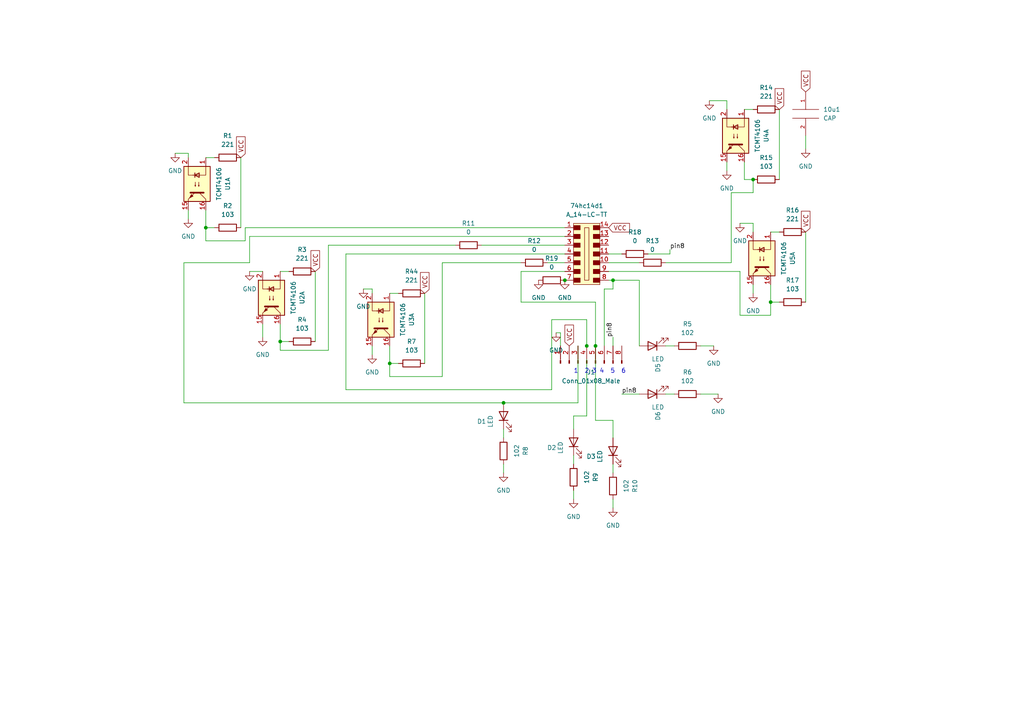
<source format=kicad_sch>
(kicad_sch (version 20211123) (generator eeschema)
  (paper "A4")
  (lib_symbols
    (symbol "Connector:Conn_01x08_Male" (pin_names (offset 1.016) hide)
      (property "Reference" "J" (at 0 10.16 0))
      (property "Value" "Conn_01x08_Male" (at 0 -12.7 0))
      (symbol "Conn_01x08_Male_1_1"
        (polyline (pts (xy 1.27 -10.16) (xy 0.8636 -10.16)) (stroke (width 0.1524)))
        (polyline (pts (xy 1.27 -7.62) (xy 0.8636 -7.62)) (stroke (width 0.1524)))
        (polyline (pts (xy 1.27 -5.08) (xy 0.8636 -5.08)) (stroke (width 0.1524)))
        (polyline (pts (xy 1.27 -2.54) (xy 0.8636 -2.54)) (stroke (width 0.1524)))
        (polyline (pts (xy 1.27 0) (xy 0.8636 0)) (stroke (width 0.1524)))
        (polyline (pts (xy 1.27 2.54) (xy 0.8636 2.54)) (stroke (width 0.1524)))
        (polyline (pts (xy 1.27 5.08) (xy 0.8636 5.08)) (stroke (width 0.1524)))
        (polyline (pts (xy 1.27 7.62) (xy 0.8636 7.62)) (stroke (width 0.1524)))
        (rectangle (start 0.8636 -10.033) (end 0 -10.287) (stroke (width 0.1524)) (fill (type outline)))
        (rectangle (start 0.8636 -7.493) (end 0 -7.747) (stroke (width 0.1524)) (fill (type outline)))
        (rectangle (start 0.8636 -4.953) (end 0 -5.207) (stroke (width 0.1524)) (fill (type outline)))
        (rectangle (start 0.8636 -2.413) (end 0 -2.667) (stroke (width 0.1524)) (fill (type outline)))
        (rectangle (start 0.8636 0.127) (end 0 -0.127) (stroke (width 0.1524)) (fill (type outline)))
        (rectangle (start 0.8636 2.667) (end 0 2.413) (stroke (width 0.1524)) (fill (type outline)))
        (rectangle (start 0.8636 5.207) (end 0 4.953) (stroke (width 0.1524)) (fill (type outline)))
        (rectangle (start 0.8636 7.747) (end 0 7.493) (stroke (width 0.1524)) (fill (type outline)))
        (pin passive line (at 5.08 7.62 180) (length 3.81) (name "Pin_1") (number "1"))
        (pin passive line (at 5.08 5.08 180) (length 3.81) (name "Pin_2") (number "2"))
        (pin passive line (at 5.08 2.54 180) (length 3.81) (name "Pin_3") (number "3"))
        (pin passive line (at 5.08 0 180) (length 3.81) (name "Pin_4") (number "4"))
        (pin passive line (at 5.08 -2.54 180) (length 3.81) (name "Pin_5") (number "5"))
        (pin passive line (at 5.08 -5.08 180) (length 3.81) (name "Pin_6") (number "6"))
        (pin passive line (at 5.08 -7.62 180) (length 3.81) (name "Pin_7") (number "7"))
        (pin passive line (at 5.08 -10.16 180) (length 3.81) (name "Pin_8") (number "8"))
      )
    )
    (symbol "Device:LED" (pin_numbers hide) (pin_names (offset 1.016) hide)
      (property "Reference" "D" (at 0 2.54 0))
      (property "Value" "LED" (at 0 -2.54 0))
      (symbol "LED_0_1"
        (polyline (pts (xy -1.27 -1.27) (xy -1.27 1.27)) (stroke (width 0.254)))
        (polyline (pts (xy -1.27 0) (xy 1.27 0)))
        (polyline (pts (xy 1.27 -1.27) (xy 1.27 1.27) (xy -1.27 0) (xy 1.27 -1.27)) (stroke (width 0.254)))
        (polyline (pts (xy -3.048 -0.762) (xy -4.572 -2.286) (xy -3.81 -2.286) (xy -4.572 -2.286) (xy -4.572 -1.524)))
        (polyline (pts (xy -1.778 -0.762) (xy -3.302 -2.286) (xy -2.54 -2.286) (xy -3.302 -2.286) (xy -3.302 -1.524)))
      )
      (symbol "LED_1_1"
        (pin passive line (at -3.81 0 0) (length 2.54) (name "K") (number "1"))
        (pin passive line (at 3.81 0 180) (length 2.54) (name "A") (number "2"))
      )
    )
    (symbol "Device:R" (pin_numbers hide) (pin_names (offset 0))
      (property "Reference" "R" (at 2.032 0 90))
      (property "Value" "R" (at 0 0 90))
      (symbol "R_0_1"
        (rectangle (start -1.016 -2.54) (end 1.016 2.54) (stroke (width 0.254)))
      )
      (symbol "R_1_1"
        (pin passive line (at 0 3.81 270) (length 1.27) (name "~") (number "1"))
        (pin passive line (at 0 -3.81 90) (length 1.27) (name "~") (number "2"))
      )
    )
    (symbol "Isolator:TCMT4106" (pin_names (offset 1.016))
      (property "Reference" "U" (at 0 5.08 0))
      (property "Value" "TCMT4106" (at 0 -5.08 0))
      (symbol "TCMT4106_1_1"
        (rectangle (start -5.08 3.81) (end 5.08 -3.81) (stroke (width 0.254)) (fill (type background)))
        (polyline (pts (xy -3.175 -0.635) (xy -1.905 -0.635)) (stroke (width 0.254)))
        (polyline (pts (xy 2.54 0.635) (xy 4.445 2.54)))
        (polyline (pts (xy 4.445 -2.54) (xy 2.54 -0.635)) (fill (type outline)))
        (polyline (pts (xy 4.445 -2.54) (xy 5.08 -2.54)))
        (polyline (pts (xy 4.445 2.54) (xy 5.08 2.54)))
        (polyline (pts (xy -2.54 -0.635) (xy -2.54 -2.54) (xy -5.08 -2.54)))
        (polyline (pts (xy 2.54 1.905) (xy 2.54 -1.905) (xy 2.54 -1.905)) (stroke (width 0.508)))
        (polyline (pts (xy -5.08 2.54) (xy -2.54 2.54) (xy -2.54 -1.27) (xy -2.54 0.635)))
        (polyline (pts (xy -2.54 -0.635) (xy -3.175 0.635) (xy -1.905 0.635) (xy -2.54 -0.635)) (stroke (width 0.254)))
        (polyline (pts (xy -0.508 -0.508) (xy 0.762 -0.508) (xy 0.381 -0.635) (xy 0.381 -0.381) (xy 0.762 -0.508)))
        (polyline (pts (xy -0.508 0.508) (xy 0.762 0.508) (xy 0.381 0.381) (xy 0.381 0.635) (xy 0.762 0.508)))
        (polyline (pts (xy 3.048 -1.651) (xy 3.556 -1.143) (xy 4.064 -2.159) (xy 3.048 -1.651) (xy 3.048 -1.651)) (fill (type outline)))
        (pin passive line (at -7.62 2.54 0) (length 2.54) (name "~") (number "1"))
        (pin passive line (at 7.62 -2.54 180) (length 2.54) (name "~") (number "15"))
        (pin passive line (at 7.62 2.54 180) (length 2.54) (name "~") (number "16"))
        (pin passive line (at -7.62 -2.54 0) (length 2.54) (name "~") (number "2"))
      )
      (symbol "TCMT4106_2_1"
        (rectangle (start -5.08 3.81) (end 5.08 -3.81) (stroke (width 0.254)) (fill (type background)))
        (polyline (pts (xy -3.175 -0.635) (xy -1.905 -0.635)) (stroke (width 0.254)))
        (polyline (pts (xy 2.54 0.635) (xy 4.445 2.54)))
        (polyline (pts (xy 4.445 -2.54) (xy 2.54 -0.635)) (fill (type outline)))
        (polyline (pts (xy 4.445 -2.54) (xy 5.08 -2.54)))
        (polyline (pts (xy 4.445 2.54) (xy 5.08 2.54)))
        (polyline (pts (xy -2.54 -0.635) (xy -2.54 -2.54) (xy -5.08 -2.54)))
        (polyline (pts (xy 2.54 1.905) (xy 2.54 -1.905) (xy 2.54 -1.905)) (stroke (width 0.508)))
        (polyline (pts (xy -5.08 2.54) (xy -2.54 2.54) (xy -2.54 -1.27) (xy -2.54 0.635)))
        (polyline (pts (xy -2.54 -0.635) (xy -3.175 0.635) (xy -1.905 0.635) (xy -2.54 -0.635)) (stroke (width 0.254)))
        (polyline (pts (xy -0.508 -0.508) (xy 0.762 -0.508) (xy 0.381 -0.635) (xy 0.381 -0.381) (xy 0.762 -0.508)))
        (polyline (pts (xy -0.508 0.508) (xy 0.762 0.508) (xy 0.381 0.381) (xy 0.381 0.635) (xy 0.762 0.508)))
        (polyline (pts (xy 3.048 -1.651) (xy 3.556 -1.143) (xy 4.064 -2.159) (xy 3.048 -1.651) (xy 3.048 -1.651)) (fill (type outline)))
        (pin passive line (at 7.62 -2.54 180) (length 2.54) (name "~") (number "13"))
        (pin passive line (at 7.62 2.54 180) (length 2.54) (name "~") (number "14"))
        (pin passive line (at -7.62 2.54 0) (length 2.54) (name "~") (number "3"))
        (pin passive line (at -7.62 -2.54 0) (length 2.54) (name "~") (number "4"))
      )
      (symbol "TCMT4106_3_1"
        (rectangle (start -5.08 3.81) (end 5.08 -3.81) (stroke (width 0.254)) (fill (type background)))
        (polyline (pts (xy -3.175 -0.635) (xy -1.905 -0.635)) (stroke (width 0.254)))
        (polyline (pts (xy 2.54 0.635) (xy 4.445 2.54)))
        (polyline (pts (xy 4.445 -2.54) (xy 2.54 -0.635)) (fill (type outline)))
        (polyline (pts (xy 4.445 -2.54) (xy 5.08 -2.54)))
        (polyline (pts (xy 4.445 2.54) (xy 5.08 2.54)))
        (polyline (pts (xy -2.54 -0.635) (xy -2.54 -2.54) (xy -5.08 -2.54)))
        (polyline (pts (xy 2.54 1.905) (xy 2.54 -1.905) (xy 2.54 -1.905)) (stroke (width 0.508)))
        (polyline (pts (xy -5.08 2.54) (xy -2.54 2.54) (xy -2.54 -1.27) (xy -2.54 0.635)))
        (polyline (pts (xy -2.54 -0.635) (xy -3.175 0.635) (xy -1.905 0.635) (xy -2.54 -0.635)) (stroke (width 0.254)))
        (polyline (pts (xy -0.508 -0.508) (xy 0.762 -0.508) (xy 0.381 -0.635) (xy 0.381 -0.381) (xy 0.762 -0.508)))
        (polyline (pts (xy -0.508 0.508) (xy 0.762 0.508) (xy 0.381 0.381) (xy 0.381 0.635) (xy 0.762 0.508)))
        (polyline (pts (xy 3.048 -1.651) (xy 3.556 -1.143) (xy 4.064 -2.159) (xy 3.048 -1.651) (xy 3.048 -1.651)) (fill (type outline)))
        (pin passive line (at 7.62 -2.54 180) (length 2.54) (name "~") (number "11"))
        (pin passive line (at 7.62 2.54 180) (length 2.54) (name "~") (number "12"))
        (pin passive line (at -7.62 2.54 0) (length 2.54) (name "~") (number "5"))
        (pin passive line (at -7.62 -2.54 0) (length 2.54) (name "~") (number "6"))
      )
      (symbol "TCMT4106_4_1"
        (rectangle (start -5.08 3.81) (end 5.08 -3.81) (stroke (width 0.254)) (fill (type background)))
        (polyline (pts (xy -3.175 -0.635) (xy -1.905 -0.635)) (stroke (width 0.254)))
        (polyline (pts (xy 2.54 0.635) (xy 4.445 2.54)))
        (polyline (pts (xy 4.445 -2.54) (xy 2.54 -0.635)) (fill (type outline)))
        (polyline (pts (xy 4.445 -2.54) (xy 5.08 -2.54)))
        (polyline (pts (xy 4.445 2.54) (xy 5.08 2.54)))
        (polyline (pts (xy -2.54 -0.635) (xy -2.54 -2.54) (xy -5.08 -2.54)))
        (polyline (pts (xy 2.54 1.905) (xy 2.54 -1.905) (xy 2.54 -1.905)) (stroke (width 0.508)))
        (polyline (pts (xy -5.08 2.54) (xy -2.54 2.54) (xy -2.54 -1.27) (xy -2.54 0.635)))
        (polyline (pts (xy -2.54 -0.635) (xy -3.175 0.635) (xy -1.905 0.635) (xy -2.54 -0.635)) (stroke (width 0.254)))
        (polyline (pts (xy -0.508 -0.508) (xy 0.762 -0.508) (xy 0.381 -0.635) (xy 0.381 -0.381) (xy 0.762 -0.508)))
        (polyline (pts (xy -0.508 0.508) (xy 0.762 0.508) (xy 0.381 0.381) (xy 0.381 0.635) (xy 0.762 0.508)))
        (polyline (pts (xy 3.048 -1.651) (xy 3.556 -1.143) (xy 4.064 -2.159) (xy 3.048 -1.651) (xy 3.048 -1.651)) (fill (type outline)))
        (pin passive line (at 7.62 2.54 180) (length 2.54) (name "~") (number "10"))
        (pin passive line (at -7.62 2.54 0) (length 2.54) (name "~") (number "7"))
        (pin passive line (at -7.62 -2.54 0) (length 2.54) (name "~") (number "8"))
        (pin passive line (at 7.62 -2.54 180) (length 2.54) (name "~") (number "9"))
      )
    )
    (symbol "dk_Sockets-for-ICs-Transistors:A_14-LC-TT" (pin_names (offset 1.016))
      (property "Reference" "J" (at -3.81 7.62 0))
      (property "Value" "A_14-LC-TT" (at 0 -12.7 0))
      (symbol "A_14-LC-TT_1_1"
        (rectangle (start -3.81 -9.525) (end -1.905 -10.795) (fill (type outline)))
        (rectangle (start -3.81 -6.985) (end -1.905 -8.255) (fill (type outline)))
        (rectangle (start -3.81 -4.445) (end -1.905 -5.715) (fill (type outline)))
        (rectangle (start -3.81 -1.905) (end -1.905 -3.175) (fill (type outline)))
        (rectangle (start -3.81 0.635) (end -1.905 -0.635) (fill (type outline)))
        (rectangle (start -3.81 3.175) (end -1.905 1.905) (fill (type outline)))
        (rectangle (start -3.81 5.715) (end -1.905 4.445) (fill (type outline)))
        (rectangle (start -3.81 6.35) (end 3.81 -11.43) (fill (type background)))
        (rectangle (start -0.635 5.08) (end 0.635 -10.16))
        (rectangle (start 1.905 -9.525) (end 3.81 -10.795) (fill (type outline)))
        (rectangle (start 1.905 -6.985) (end 3.81 -8.255) (fill (type outline)))
        (rectangle (start 1.905 -4.445) (end 3.81 -5.715) (fill (type outline)))
        (rectangle (start 1.905 -1.905) (end 3.81 -3.175) (fill (type outline)))
        (rectangle (start 1.905 0.635) (end 3.81 -0.635) (fill (type outline)))
        (rectangle (start 1.905 3.175) (end 3.81 1.905) (fill (type outline)))
        (rectangle (start 1.905 5.715) (end 3.81 4.445) (fill (type outline)))
        (pin passive line (at -6.35 5.08 0) (length 2.54) (name "~") (number "1"))
        (pin passive line (at 6.35 -5.08 180) (length 2.54) (name "~") (number "10"))
        (pin passive line (at 6.35 -2.54 180) (length 2.54) (name "~") (number "11"))
        (pin passive line (at 6.35 0 180) (length 2.54) (name "~") (number "12"))
        (pin passive line (at 6.35 2.54 180) (length 2.54) (name "~") (number "13"))
        (pin passive line (at 6.35 5.08 180) (length 2.54) (name "~") (number "14"))
        (pin passive line (at -6.35 2.54 0) (length 2.54) (name "~") (number "2"))
        (pin passive line (at -6.35 0 0) (length 2.54) (name "~") (number "3"))
        (pin passive line (at -6.35 -2.54 0) (length 2.54) (name "~") (number "4"))
        (pin passive line (at -6.35 -5.08 0) (length 2.54) (name "~") (number "5"))
        (pin passive line (at -6.35 -7.62 0) (length 2.54) (name "~") (number "6"))
        (pin passive line (at -6.35 -10.16 0) (length 2.54) (name "~") (number "7"))
        (pin passive line (at 6.35 -10.16 180) (length 2.54) (name "~") (number "8"))
        (pin passive line (at 6.35 -7.62 180) (length 2.54) (name "~") (number "9"))
      )
    )
    (symbol "power:GND" (power) (pin_names (offset 0))
      (property "Value" "GND" (at 0 -3.81 0))
      (symbol "GND_0_1"
        (polyline (pts (xy 0 0) (xy 0 -1.27) (xy 1.27 -1.27) (xy 0 -2.54) (xy -1.27 -1.27) (xy 0 -1.27)))
      )
      (symbol "GND_1_1"
        (pin power_in line (at 0 0 270) (length 0) hide (name "GND") (number "1"))
      )
    )
    (symbol "pspice:CAP" (pin_names (offset 0.254))
      (property "Reference" "C" (at 2.54 3.81 90))
      (property "Value" "CAP" (at 2.54 -3.81 90))
      (symbol "CAP_0_1"
        (polyline (pts (xy -3.81 -1.27) (xy 3.81 -1.27)))
        (polyline (pts (xy -3.81 1.27) (xy 3.81 1.27)))
      )
      (symbol "CAP_1_1"
        (pin passive line (at 0 6.35 270) (length 5.08) (name "~") (number "1"))
        (pin passive line (at 0 -6.35 90) (length 5.08) (name "~") (number "2"))
      )
    )
  )
  (junction (at 170.18 100.33))
  (junction (at 81.28 99.06))
  (junction (at 223.52 87.63))
  (junction (at 113.03 105.41))
  (junction (at 146.05 116.84))
  (junction (at 163.83 81.28))
  (junction (at 177.8 81.28))
  (junction (at 59.69 66.04))
  (junction (at 172.72 100.33))
  (junction (at 218.44 52.07))
  (wire (pts (xy 172.72 100.33) (xy 172.72 121.92)))
  (wire (pts (xy 170.18 100.33) (xy 170.18 120.65)))
  (wire (pts (xy 163.83 78.74) (xy 151.13 78.74)))
  (wire (pts (xy 53.34 76.2) (xy 53.34 116.84)))
  (wire (pts (xy 81.28 101.6) (xy 95.25 101.6)))
  (wire (pts (xy 59.69 66.04) (xy 62.23 66.04)))
  (wire (pts (xy 187.96 73.66) (xy 194.31 73.66)))
  (wire (pts (xy 210.82 46.99) (xy 210.82 49.53)))
  (wire (pts (xy 151.13 87.63) (xy 172.72 87.63)))
  (wire (pts (xy 100.33 113.03) (xy 160.02 113.03)))
  (wire (pts (xy 160.02 92.71) (xy 170.18 92.71)))
  (wire (pts (xy 177.8 134.62) (xy 177.8 137.16)))
  (wire (pts (xy 214.63 78.74) (xy 214.63 91.44)))
  (wire (pts (xy 233.68 39.37) (xy 233.68 43.18)))
  (wire (pts (xy 177.8 144.78) (xy 177.8 147.32)))
  (wire (pts (xy 113.03 100.33) (xy 113.03 105.41)))
  (wire (pts (xy 69.85 45.72) (xy 69.85 66.04)))
  (wire (pts (xy 214.63 64.77) (xy 218.44 64.77)))
  (wire (pts (xy 215.9 46.99) (xy 215.9 52.07)))
  (wire (pts (xy 212.09 55.88) (xy 218.44 55.88)))
  (wire (pts (xy 59.69 45.72) (xy 62.23 45.72)))
  (wire (pts (xy 215.9 52.07) (xy 218.44 52.07)))
  (wire (pts (xy 166.37 142.24) (xy 166.37 144.78)))
  (wire (pts (xy 163.83 68.58) (xy 72.39 68.58)))
  (wire (pts (xy 128.27 109.22) (xy 128.27 76.2)))
  (wire (pts (xy 95.25 101.6) (xy 95.25 71.12)))
  (wire (pts (xy 218.44 82.55) (xy 218.44 85.09)))
  (wire (pts (xy 59.69 69.85) (xy 71.12 69.85)))
  (wire (pts (xy 166.37 120.65) (xy 170.18 120.65)))
  (wire (pts (xy 170.18 92.71) (xy 170.18 100.33)))
  (wire (pts (xy 54.61 44.45) (xy 50.8 44.45)))
  (wire (pts (xy 100.33 73.66) (xy 100.33 113.03)))
  (wire (pts (xy 123.19 85.09) (xy 123.19 105.41)))
  (wire (pts (xy 166.37 124.46) (xy 166.37 120.65)))
  (wire (pts (xy 146.05 124.46) (xy 146.05 127)))
  (wire (pts (xy 223.52 91.44) (xy 223.52 87.63)))
  (wire (pts (xy 161.29 96.52) (xy 162.56 96.52)))
  (wire (pts (xy 215.9 31.75) (xy 218.44 31.75)))
  (wire (pts (xy 59.69 60.96) (xy 59.69 66.04)))
  (wire (pts (xy 53.34 116.84) (xy 146.05 116.84)))
  (wire (pts (xy 176.53 78.74) (xy 214.63 78.74)))
  (wire (pts (xy 218.44 64.77) (xy 218.44 67.31)))
  (wire (pts (xy 166.37 132.08) (xy 166.37 134.62)))
  (wire (pts (xy 226.06 31.75) (xy 226.06 52.07)))
  (wire (pts (xy 193.04 100.33) (xy 195.58 100.33)))
  (wire (pts (xy 176.53 76.2) (xy 185.42 76.2)))
  (wire (pts (xy 72.39 76.2) (xy 53.34 76.2)))
  (wire (pts (xy 203.2 114.3) (xy 208.28 114.3)))
  (wire (pts (xy 223.52 82.55) (xy 223.52 87.63)))
  (wire (pts (xy 176.53 73.66) (xy 180.34 73.66)))
  (wire (pts (xy 105.41 83.82) (xy 107.95 83.82)))
  (wire (pts (xy 95.25 71.12) (xy 132.08 71.12)))
  (wire (pts (xy 163.83 73.66) (xy 100.33 73.66)))
  (wire (pts (xy 193.04 76.2) (xy 212.09 76.2)))
  (wire (pts (xy 175.26 100.33) (xy 175.26 83.82)))
  (wire (pts (xy 223.52 67.31) (xy 226.06 67.31)))
  (wire (pts (xy 176.53 81.28) (xy 177.8 81.28)))
  (wire (pts (xy 175.26 83.82) (xy 177.8 83.82)))
  (wire (pts (xy 71.12 69.85) (xy 71.12 66.04)))
  (wire (pts (xy 205.74 29.21) (xy 210.82 29.21)))
  (wire (pts (xy 54.61 60.96) (xy 54.61 63.5)))
  (wire (pts (xy 167.64 116.84) (xy 167.64 100.33)))
  (wire (pts (xy 107.95 100.33) (xy 107.95 102.87)))
  (wire (pts (xy 113.03 105.41) (xy 115.57 105.41)))
  (wire (pts (xy 172.72 87.63) (xy 172.72 100.33)))
  (wire (pts (xy 72.39 68.58) (xy 72.39 76.2)))
  (wire (pts (xy 233.68 67.31) (xy 233.68 87.63)))
  (wire (pts (xy 91.44 78.74) (xy 91.44 99.06)))
  (wire (pts (xy 76.2 93.98) (xy 76.2 97.79)))
  (wire (pts (xy 151.13 78.74) (xy 151.13 87.63)))
  (wire (pts (xy 81.28 99.06) (xy 83.82 99.06)))
  (wire (pts (xy 72.39 78.74) (xy 76.2 78.74)))
  (wire (pts (xy 113.03 105.41) (xy 113.03 109.22)))
  (wire (pts (xy 218.44 52.07) (xy 218.44 55.88)))
  (wire (pts (xy 177.8 83.82) (xy 177.8 81.28)))
  (wire (pts (xy 59.69 66.04) (xy 59.69 69.85)))
  (wire (pts (xy 160.02 113.03) (xy 160.02 92.71)))
  (wire (pts (xy 54.61 45.72) (xy 54.61 44.45)))
  (wire (pts (xy 212.09 55.88) (xy 212.09 76.2)))
  (wire (pts (xy 177.8 97.79) (xy 177.8 100.33)))
  (wire (pts (xy 81.28 93.98) (xy 81.28 99.06)))
  (wire (pts (xy 210.82 29.21) (xy 210.82 31.75)))
  (wire (pts (xy 81.28 78.74) (xy 83.82 78.74)))
  (wire (pts (xy 162.56 96.52) (xy 162.56 100.33)))
  (wire (pts (xy 214.63 91.44) (xy 223.52 91.44)))
  (wire (pts (xy 185.42 100.33) (xy 185.42 81.28)))
  (wire (pts (xy 194.31 73.66) (xy 194.31 72.39)))
  (wire (pts (xy 203.2 100.33) (xy 207.01 100.33)))
  (wire (pts (xy 71.12 66.04) (xy 163.83 66.04)))
  (wire (pts (xy 177.8 121.92) (xy 172.72 121.92)))
  (wire (pts (xy 81.28 99.06) (xy 81.28 101.6)))
  (wire (pts (xy 180.34 114.3) (xy 185.42 114.3)))
  (wire (pts (xy 113.03 109.22) (xy 128.27 109.22)))
  (wire (pts (xy 128.27 76.2) (xy 151.13 76.2)))
  (wire (pts (xy 193.04 114.3) (xy 195.58 114.3)))
  (wire (pts (xy 146.05 134.62) (xy 146.05 137.16)))
  (wire (pts (xy 146.05 116.84) (xy 167.64 116.84)))
  (wire (pts (xy 177.8 81.28) (xy 185.42 81.28)))
  (wire (pts (xy 139.7 71.12) (xy 163.83 71.12)))
  (wire (pts (xy 158.75 76.2) (xy 163.83 76.2)))
  (wire (pts (xy 223.52 87.63) (xy 226.06 87.63)))
  (wire (pts (xy 107.95 83.82) (xy 107.95 85.09)))
  (wire (pts (xy 113.03 85.09) (xy 115.57 85.09)))
  (wire (pts (xy 177.8 127) (xy 177.8 121.92)))
  (text "1  2 3 4  5  6 \n\n" (at 166.37 110.49 0) (effects (font (size 1.27 1.27)) (justify left bottom)))
  (label "pin8" (at 177.8 97.79 90))
  (label "pin8" (at 180.34 114.3 0))
  (label "pin8" (at 194.31 72.39 0))
  (global_label "VCC" (shape input) (at 123.19 85.09 90) (property "Intersheet References" "${INTERSHEET_REFS}" (effects hide)))
  (global_label "VCC" (shape input) (at 226.06 31.75 90) (property "Intersheet References" "${INTERSHEET_REFS}" (effects hide)))
  (global_label "VCC" (shape input) (at 69.85 45.72 90) (property "Intersheet References" "${INTERSHEET_REFS}" (effects hide)))
  (global_label "VCC" (shape input) (at 176.53 66.04 0) (property "Intersheet References" "${INTERSHEET_REFS}" (effects hide)))
  (global_label "VCC" (shape input) (at 233.68 26.67 90) (property "Intersheet References" "${INTERSHEET_REFS}" (effects hide)))
  (global_label "VCC" (shape input) (at 91.44 78.74 90) (property "Intersheet References" "${INTERSHEET_REFS}" (effects hide)))
  (global_label "VCC" (shape input) (at 165.1 100.33 90) (property "Intersheet References" "${INTERSHEET_REFS}" (effects hide)))
  (global_label "VCC" (shape input) (at 233.68 67.31 90) (property "Intersheet References" "${INTERSHEET_REFS}" (effects hide)))
  (symbol (lib_id "Device:R") (at 119.38 85.09 90) (unit 1)
    (property "Reference" "R44" (at 119.38 78.74 90))
    (property "Value" "221" (at 119.38 81.28 90))
    (property "Footprint" "Resistor_SMD:R_0805_2012Metric_Pad1.20x1.40mm_HandSolder" (effects hide))
  )
  (symbol (lib_id "power:GND") (at 54.61 63.5 0) (unit 1)
    (property "Reference" "#PWR0116" (effects hide))
    (property "Value" "GND" (at 54.61 68.58 0))
  )
  (symbol (lib_id "Device:R") (at 66.04 66.04 90) (unit 1)
    (property "Reference" "R2" (at 66.04 59.69 90))
    (property "Value" "103" (at 66.04 62.23 90))
    (property "Footprint" "Resistor_SMD:R_0805_2012Metric_Pad1.20x1.40mm_HandSolder" (effects hide))
  )
  (symbol (lib_id "Device:R") (at 229.87 87.63 90) (unit 1)
    (property "Reference" "R17" (at 229.87 81.28 90))
    (property "Value" "103" (at 229.87 83.82 90))
    (property "Footprint" "Resistor_SMD:R_0805_2012Metric_Pad1.20x1.40mm_HandSolder" (effects hide))
  )
  (symbol (lib_id "Device:R") (at 87.63 99.06 90) (unit 1)
    (property "Reference" "R4" (at 87.63 92.71 90))
    (property "Value" "103" (at 87.63 95.25 90))
    (property "Footprint" "Resistor_SMD:R_0805_2012Metric_Pad1.20x1.40mm_HandSolder" (effects hide))
  )
  (symbol (lib_id "pspice:CAP") (at 233.68 33.02 0) (unit 1)
    (property "Reference" "10u1" (at 238.76 31.7499 0) (effects (justify left)))
    (property "Value" "CAP" (at 238.76 34.2899 0) (effects (justify left)))
    (property "Footprint" "Capacitor_SMD:C_1206_3216Metric_Pad1.33x1.80mm_HandSolder" (effects hide))
  )
  (symbol (lib_id "power:GND") (at 233.68 43.18 0) (unit 1)
    (property "Reference" "#PWR0115" (effects hide))
    (property "Value" "GND" (at 233.68 48.26 0))
  )
  (symbol (lib_id "Device:R") (at 154.94 76.2 90) (unit 1)
    (property "Reference" "R12" (at 154.94 69.85 90))
    (property "Value" "0" (at 154.94 72.39 90))
    (property "Footprint" "Resistor_THT:R_Axial_DIN0207_L6.3mm_D2.5mm_P7.62mm_Horizontal" (effects hide))
  )
  (symbol (lib_id "power:GND") (at 156.21 81.28 0) (unit 1)
    (property "Reference" "#PWR0107" (effects hide))
    (property "Value" "GND" (at 156.21 86.36 0))
  )
  (symbol (lib_id "power:GND") (at 208.28 114.3 0) (unit 1)
    (property "Reference" "#PWR0104" (effects hide))
    (property "Value" "GND" (at 208.28 119.38 0))
  )
  (symbol (lib_id "dk_Sockets-for-ICs-Transistors:A_14-LC-TT") (at 170.18 71.12 0) (unit 1)
    (property "Reference" "74hc14d1" (at 170.18 59.69 0))
    (property "Value" "A_14-LC-TT" (at 170.18 62.23 0))
    (property "Footprint" "Package_DIP:DIP-14_W7.62mm_Socket" (effects hide))
    (property "Datasheet" "http://www.assmann-wsw.com/fileadmin/datasheets/ASS_0810_CO.pdf" (effects hide))
    (property "Digi-Key_PN" "AE9989-ND" (effects hide))
    (property "MPN" "A 14-LC-TT" (effects hide))
    (property "Category" "Connectors, Interconnects" (effects hide))
    (property "Family" "Sockets for ICs, Transistors" (effects hide))
    (property "DK_Datasheet_Link" "http://www.assmann-wsw.com/fileadmin/datasheets/ASS_0810_CO.pdf" (effects hide))
    (property "DK_Detail_Page" "/product-detail/en/assmann-wsw-components/A-14-LC-TT/AE9989-ND/821743" (effects hide))
    (property "Description" "CONN IC DIP SOCKET 14POS TIN" (effects hide))
    (property "Manufacturer" "Assmann WSW Components" (effects hide))
    (property "Status" "Active" (effects hide))
  )
  (symbol (lib_id "Device:R") (at 135.89 71.12 90) (unit 1)
    (property "Reference" "R11" (at 135.89 64.77 90))
    (property "Value" "0" (at 135.89 67.31 90))
    (property "Footprint" "Resistor_THT:R_Axial_DIN0207_L6.3mm_D2.5mm_P7.62mm_Horizontal" (effects hide))
  )
  (symbol (lib_id "power:GND") (at 177.8 147.32 0) (unit 1)
    (property "Reference" "#PWR0109" (effects hide))
    (property "Value" "GND" (at 177.8 152.4 0))
  )
  (symbol (lib_id "Isolator:TCMT4106") (at 220.98 74.93 270) (unit 1)
    (property "Reference" "U5" (at 229.87 74.93 0))
    (property "Value" "TCMT4106" (at 227.33 74.93 0))
    (property "Footprint" "sensor:tcrt5000" (effects hide))
    (property "Datasheet" "https://www.vishay.com/docs/84181/tcmt4100.pdf" (effects hide))
  )
  (symbol (lib_id "Device:R") (at 229.87 67.31 90) (unit 1)
    (property "Reference" "R16" (at 229.87 60.96 90))
    (property "Value" "221" (at 229.87 63.5 90))
    (property "Footprint" "Resistor_SMD:R_0805_2012Metric_Pad1.20x1.40mm_HandSolder" (effects hide))
  )
  (symbol (lib_id "Isolator:TCMT4106") (at 57.15 53.34 270) (unit 1)
    (property "Reference" "U1" (at 66.04 53.34 0))
    (property "Value" "TCMT4106" (at 63.5 53.34 0))
    (property "Footprint" "sensor:tcrt5000" (effects hide))
    (property "Datasheet" "https://www.vishay.com/docs/84181/tcmt4100.pdf" (effects hide))
  )
  (symbol (lib_id "Device:R") (at 160.02 81.28 90) (unit 1)
    (property "Reference" "R19" (at 160.02 74.93 90))
    (property "Value" "0" (at 160.02 77.47 90))
    (property "Footprint" "Resistor_THT:R_Axial_DIN0207_L6.3mm_D2.5mm_P7.62mm_Horizontal" (effects hide))
  )
  (symbol (lib_id "Device:R") (at 222.25 31.75 90) (unit 1)
    (property "Reference" "R14" (at 222.25 25.4 90))
    (property "Value" "221" (at 222.25 27.94 90))
    (property "Footprint" "Resistor_SMD:R_0805_2012Metric_Pad1.20x1.40mm_HandSolder" (effects hide))
  )
  (symbol (lib_id "power:GND") (at 50.8 44.45 0) (unit 1)
    (property "Reference" "#PWR0117" (effects hide))
    (property "Value" "GND" (at 50.8 49.53 0))
  )
  (symbol (lib_id "Device:LED") (at 189.23 100.33 180) (unit 1)
    (property "Reference" "D5" (at 190.8175 106.68 90))
    (property "Value" "LED" (at 190.8175 104.14 0))
    (property "Footprint" "LED_SMD:LED_1206_3216Metric_Pad1.42x1.75mm_HandSolder" (effects hide))
  )
  (symbol (lib_id "Isolator:TCMT4106") (at 78.74 86.36 270) (unit 1)
    (property "Reference" "U2" (at 87.63 86.36 0))
    (property "Value" "TCMT4106" (at 85.09 86.36 0))
    (property "Footprint" "sensor:tcrt5000" (effects hide))
    (property "Datasheet" "https://www.vishay.com/docs/84181/tcmt4100.pdf" (effects hide))
  )
  (symbol (lib_id "power:GND") (at 166.37 144.78 0) (unit 1)
    (property "Reference" "#PWR0108" (effects hide))
    (property "Value" "GND" (at 166.37 149.86 0))
  )
  (symbol (lib_id "Device:LED") (at 146.05 120.65 90) (unit 1)
    (property "Reference" "D1" (at 139.7 122.2375 90))
    (property "Value" "LED" (at 142.24 122.2375 0))
    (property "Footprint" "LED_SMD:LED_1206_3216Metric_Pad1.42x1.75mm_HandSolder" (effects hide))
  )
  (symbol (lib_id "power:GND") (at 163.83 81.28 0) (unit 1)
    (property "Reference" "#PWR0119" (effects hide))
    (property "Value" "GND" (at 163.83 86.36 0))
  )
  (symbol (lib_id "power:GND") (at 214.63 64.77 0) (unit 1)
    (property "Reference" "#PWR0111" (effects hide))
    (property "Value" "GND" (at 214.63 69.85 0))
  )
  (symbol (lib_id "Device:R") (at 146.05 130.81 0) (unit 1)
    (property "Reference" "R8" (at 152.4 130.81 90))
    (property "Value" "102" (at 149.86 130.81 90))
    (property "Footprint" "Resistor_SMD:R_0805_2012Metric_Pad1.20x1.40mm_HandSolder" (effects hide))
  )
  (symbol (lib_id "Device:R") (at 87.63 78.74 90) (unit 1)
    (property "Reference" "R3" (at 87.63 72.39 90))
    (property "Value" "221" (at 87.63 74.93 90))
    (property "Footprint" "Resistor_SMD:R_0805_2012Metric_Pad1.20x1.40mm_HandSolder" (effects hide))
  )
  (symbol (lib_id "Device:R") (at 222.25 52.07 90) (unit 1)
    (property "Reference" "R15" (at 222.25 45.72 90))
    (property "Value" "103" (at 222.25 48.26 90))
    (property "Footprint" "Resistor_SMD:R_0805_2012Metric_Pad1.20x1.40mm_HandSolder" (effects hide))
  )
  (symbol (lib_id "Isolator:TCMT4106") (at 110.49 92.71 270) (unit 1)
    (property "Reference" "U3" (at 119.38 92.71 0))
    (property "Value" "TCMT4106" (at 116.84 92.71 0))
    (property "Footprint" "sensor:tcrt5000" (effects hide))
    (property "Datasheet" "https://www.vishay.com/docs/84181/tcmt4100.pdf" (effects hide))
  )
  (symbol (lib_id "Device:R") (at 166.37 138.43 0) (unit 1)
    (property "Reference" "R9" (at 172.72 138.43 90))
    (property "Value" "102" (at 170.18 138.43 90))
    (property "Footprint" "Resistor_SMD:R_0805_2012Metric_Pad1.20x1.40mm_HandSolder" (effects hide))
  )
  (symbol (lib_id "power:GND") (at 105.41 83.82 0) (unit 1)
    (property "Reference" "#PWR0103" (effects hide))
    (property "Value" "GND" (at 105.41 88.9 0))
  )
  (symbol (lib_id "power:GND") (at 72.39 78.74 0) (unit 1)
    (property "Reference" "#PWR0118" (effects hide))
    (property "Value" "GND" (at 72.39 83.82 0))
  )
  (symbol (lib_id "Device:LED") (at 177.8 130.81 90) (unit 1)
    (property "Reference" "D3" (at 171.45 132.3975 90))
    (property "Value" "LED" (at 173.99 132.3975 0))
    (property "Footprint" "LED_SMD:LED_1206_3216Metric_Pad1.42x1.75mm_HandSolder" (effects hide))
  )
  (symbol (lib_id "Device:LED") (at 166.37 128.27 90) (unit 1)
    (property "Reference" "D2" (at 160.02 129.8575 90))
    (property "Value" "LED" (at 162.56 129.8575 0))
    (property "Footprint" "LED_SMD:LED_1206_3216Metric_Pad1.42x1.75mm_HandSolder" (effects hide))
  )
  (symbol (lib_id "Device:R") (at 189.23 76.2 90) (unit 1)
    (property "Reference" "R13" (at 189.23 69.85 90))
    (property "Value" "0" (at 189.23 72.39 90))
    (property "Footprint" "Resistor_THT:R_Axial_DIN0207_L6.3mm_D2.5mm_P7.62mm_Horizontal" (effects hide))
  )
  (symbol (lib_id "Device:R") (at 184.15 73.66 90) (unit 1)
    (property "Reference" "R18" (at 184.15 67.31 90))
    (property "Value" "0" (at 184.15 69.85 90))
    (property "Footprint" "Resistor_THT:R_Axial_DIN0207_L6.3mm_D2.5mm_P7.62mm_Horizontal" (effects hide))
  )
  (symbol (lib_id "Device:R") (at 66.04 45.72 90) (unit 1)
    (property "Reference" "R1" (at 66.04 39.37 90))
    (property "Value" "221" (at 66.04 41.91 90))
    (property "Footprint" "Resistor_SMD:R_0805_2012Metric_Pad1.20x1.40mm_HandSolder" (effects hide))
  )
  (symbol (lib_id "Device:R") (at 177.8 140.97 0) (unit 1)
    (property "Reference" "R10" (at 184.15 140.97 90))
    (property "Value" "102" (at 181.61 140.97 90))
    (property "Footprint" "Resistor_SMD:R_0805_2012Metric_Pad1.20x1.40mm_HandSolder" (effects hide))
  )
  (symbol (lib_id "power:GND") (at 161.29 96.52 0) (unit 1)
    (property "Reference" "#PWR0110" (effects hide))
    (property "Value" "GND" (at 161.29 101.6 0))
  )
  (symbol (lib_id "Device:R") (at 199.39 100.33 90) (unit 1)
    (property "Reference" "R5" (at 199.39 93.98 90))
    (property "Value" "102" (at 199.39 96.52 90))
    (property "Footprint" "Resistor_SMD:R_0805_2012Metric_Pad1.20x1.40mm_HandSolder" (effects hide))
  )
  (symbol (lib_id "Isolator:TCMT4106") (at 213.36 39.37 270) (unit 1)
    (property "Reference" "U4" (at 222.25 39.37 0))
    (property "Value" "TCMT4106" (at 219.71 39.37 0))
    (property "Footprint" "sensor:tcrt5000" (effects hide))
    (property "Datasheet" "https://www.vishay.com/docs/84181/tcmt4100.pdf" (effects hide))
  )
  (symbol (lib_id "Device:LED") (at 189.23 114.3 180) (unit 1)
    (property "Reference" "D6" (at 190.8175 120.65 90))
    (property "Value" "LED" (at 190.8175 118.11 0))
    (property "Footprint" "LED_SMD:LED_1206_3216Metric_Pad1.42x1.75mm_HandSolder" (effects hide))
  )
  (symbol (lib_id "power:GND") (at 210.82 49.53 0) (unit 1)
    (property "Reference" "#PWR0114" (effects hide))
    (property "Value" "GND" (at 210.82 54.61 0))
  )
  (symbol (lib_id "power:GND") (at 205.74 29.21 0) (unit 1)
    (property "Reference" "#PWR0113" (effects hide))
    (property "Value" "GND" (at 205.74 34.29 0))
  )
  (symbol (lib_id "power:GND") (at 146.05 137.16 0) (unit 1)
    (property "Reference" "#PWR0106" (effects hide))
    (property "Value" "GND" (at 146.05 142.24 0))
  )
  (symbol (lib_id "Connector:Conn_01x08_Male") (at 170.18 105.41 90) (unit 1)
    (property "Reference" "J1" (at 171.45 107.95 90))
    (property "Value" "Conn_01x08_Male" (at 171.45 110.49 90))
    (property "Footprint" "Connector_PinHeader_2.00mm:PinHeader_1x08_P2.00mm_Vertical" (effects hide))
  )
  (symbol (lib_id "power:GND") (at 218.44 85.09 0) (unit 1)
    (property "Reference" "#PWR0112" (effects hide))
    (property "Value" "GND" (at 218.44 90.17 0))
  )
  (symbol (lib_id "Device:R") (at 119.38 105.41 90) (unit 1)
    (property "Reference" "R7" (at 119.38 99.06 90))
    (property "Value" "103" (at 119.38 101.6 90))
    (property "Footprint" "Resistor_SMD:R_0805_2012Metric_Pad1.20x1.40mm_HandSolder" (effects hide))
  )
  (symbol (lib_id "Device:R") (at 199.39 114.3 90) (unit 1)
    (property "Reference" "R6" (at 199.39 107.95 90))
    (property "Value" "102" (at 199.39 110.49 90))
    (property "Footprint" "Resistor_SMD:R_0805_2012Metric_Pad1.20x1.40mm_HandSolder" (effects hide))
  )
  (symbol (lib_id "power:GND") (at 107.95 102.87 0) (unit 1)
    (property "Reference" "#PWR0102" (effects hide))
    (property "Value" "GND" (at 107.95 107.95 0))
  )
  (symbol (lib_id "power:GND") (at 76.2 97.79 0) (unit 1)
    (property "Reference" "#PWR0101" (effects hide))
    (property "Value" "GND" (at 76.2 102.87 0))
  )
  (symbol (lib_id "power:GND") (at 207.01 100.33 0) (unit 1)
    (property "Reference" "#PWR0105" (effects hide))
    (property "Value" "GND" (at 207.01 105.41 0))
  )
)
</source>
